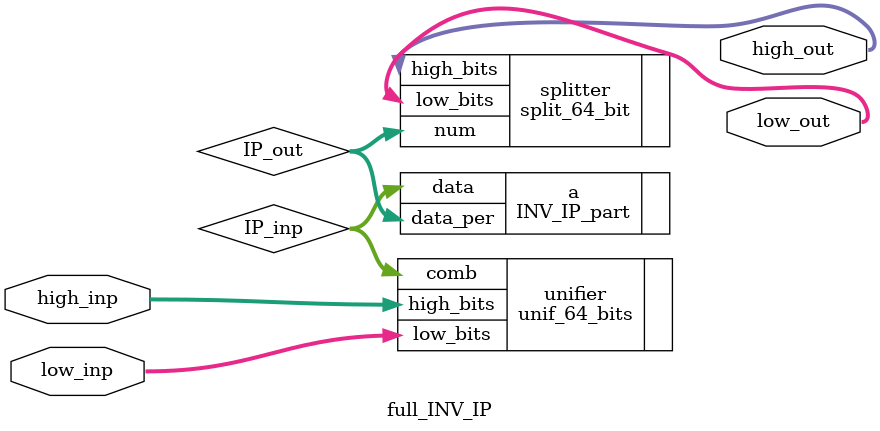
<source format=v>
`timescale 1ns / 1ps


module full_INV_IP(
    input [31:0] low_inp,
    input [31:0] high_inp,
    output [31:0] low_out,
    output [31:0] high_out
    );
    wire [63:0] IP_inp;
    wire[63:0] IP_out;
    unif_64_bits unifier(.comb(IP_inp),.low_bits(low_inp),.high_bits(high_inp));
    INV_IP_part a(.data(IP_inp),.data_per(IP_out));
    split_64_bit splitter(.high_bits(high_out),.low_bits(low_out),.num(IP_out));
    
    
endmodule

</source>
